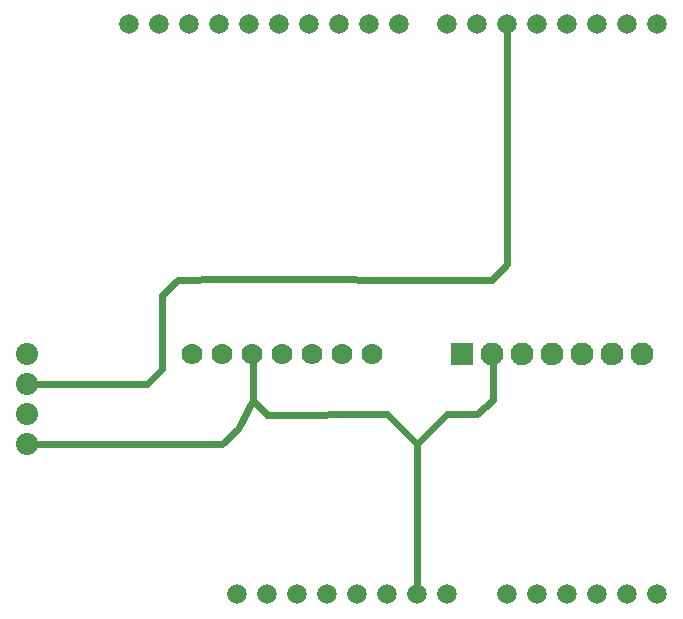
<source format=gbl>
G04 MADE WITH FRITZING*
G04 WWW.FRITZING.ORG*
G04 DOUBLE SIDED*
G04 HOLES PLATED*
G04 CONTOUR ON CENTER OF CONTOUR VECTOR*
%ASAXBY*%
%FSLAX23Y23*%
%MOIN*%
%OFA0B0*%
%SFA1.0B1.0*%
%ADD10C,0.065278*%
%ADD11C,0.070000*%
%ADD12C,0.076000*%
%ADD13C,0.073889*%
%ADD14R,0.076000X0.076000*%
%ADD15C,0.024000*%
%LNCOPPER0*%
G90*
G70*
G54D10*
X2094Y104D03*
X2194Y104D03*
X2294Y104D03*
X2394Y104D03*
X2494Y104D03*
X1634Y2004D03*
X1534Y2004D03*
X1434Y2004D03*
X1334Y2004D03*
X1234Y2004D03*
X1134Y2004D03*
X1034Y2004D03*
X934Y2004D03*
X834Y2004D03*
X734Y2004D03*
X2494Y2004D03*
X2394Y2004D03*
X2294Y2004D03*
X2194Y2004D03*
X2094Y2004D03*
X1994Y2004D03*
X1894Y2004D03*
X1794Y2004D03*
X1194Y104D03*
X1094Y104D03*
X1294Y104D03*
X1394Y104D03*
X1494Y104D03*
X1594Y104D03*
X1694Y104D03*
X1794Y104D03*
X1994Y104D03*
G54D11*
X944Y904D03*
X1044Y904D03*
X1144Y904D03*
X1244Y904D03*
X1344Y904D03*
X1444Y904D03*
X1544Y904D03*
G54D12*
X1844Y904D03*
X1944Y904D03*
X2044Y904D03*
X2144Y904D03*
X2244Y904D03*
X2344Y904D03*
X2444Y904D03*
G54D13*
X394Y604D03*
X394Y704D03*
X394Y804D03*
X394Y904D03*
G54D14*
X1844Y904D03*
G54D15*
X1944Y1152D02*
X1045Y1154D01*
D02*
X1993Y1204D02*
X1944Y1152D01*
D02*
X1994Y1972D02*
X1993Y1204D01*
D02*
X896Y1152D02*
X843Y1103D01*
D02*
X1045Y1154D02*
X896Y1152D01*
D02*
X843Y1103D02*
X843Y854D01*
D02*
X794Y805D02*
X429Y804D01*
D02*
X843Y854D02*
X794Y805D01*
D02*
X1694Y604D02*
X1794Y704D01*
D02*
X1794Y704D02*
X1894Y704D01*
D02*
X1945Y753D02*
X1945Y873D01*
D02*
X1894Y704D02*
X1945Y753D01*
D02*
X1694Y135D02*
X1694Y604D01*
D02*
X1146Y753D02*
X1145Y873D01*
D02*
X1043Y605D02*
X1095Y654D01*
D02*
X1095Y654D02*
X1146Y753D01*
D02*
X429Y604D02*
X1043Y605D01*
D02*
X1945Y753D02*
X1945Y873D01*
D02*
X1794Y704D02*
X1894Y704D01*
D02*
X1694Y604D02*
X1794Y704D01*
D02*
X1594Y704D02*
X1694Y604D01*
D02*
X1145Y873D02*
X1146Y753D01*
D02*
X1146Y753D02*
X1194Y703D01*
D02*
X1894Y704D02*
X1945Y753D01*
D02*
X1194Y703D02*
X1594Y704D01*
G04 End of Copper0*
M02*
</source>
